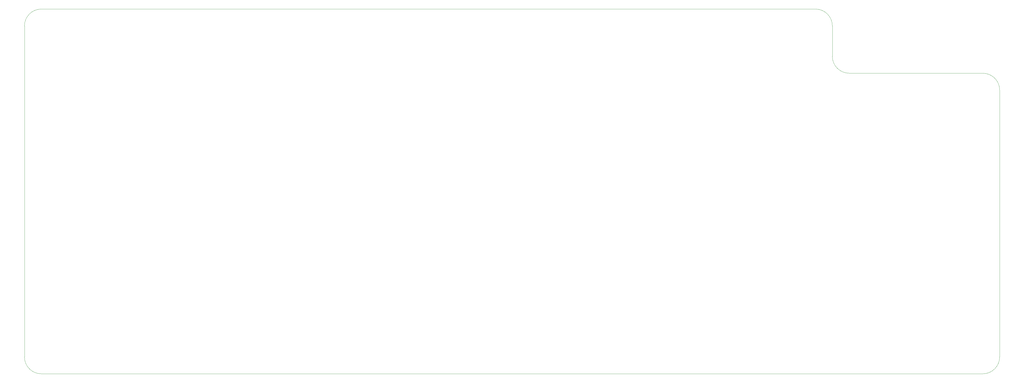
<source format=gko>
G04 #@! TF.GenerationSoftware,KiCad,Pcbnew,(5.1.10)-1*
G04 #@! TF.CreationDate,2021-09-16T12:32:47+09:00*
G04 #@! TF.ProjectId,KiCAD,4b694341-442e-46b6-9963-61645f706362,rev?*
G04 #@! TF.SameCoordinates,Original*
G04 #@! TF.FileFunction,Profile,NP*
%FSLAX46Y46*%
G04 Gerber Fmt 4.6, Leading zero omitted, Abs format (unit mm)*
G04 Created by KiCad (PCBNEW (5.1.10)-1) date 2021-09-16 12:32:47*
%MOMM*%
%LPD*%
G01*
G04 APERTURE LIST*
G04 #@! TA.AperFunction,Profile*
%ADD10C,0.050000*%
G04 #@! TD*
G04 APERTURE END LIST*
D10*
X344170000Y-83820000D02*
X394335000Y-83820000D01*
X331470000Y-59690000D02*
X327660000Y-59690000D01*
X400685000Y-90170000D02*
X400685000Y-95250000D01*
X337820000Y-77470000D02*
X337820000Y-66040000D01*
X344170000Y-83820000D02*
G75*
G02*
X337820000Y-77470000I0J6350000D01*
G01*
X394335000Y-83820000D02*
G75*
G02*
X400685000Y-90170000I0J-6350000D01*
G01*
X331470000Y-59690000D02*
G75*
G02*
X337820000Y-66040000I0J-6350000D01*
G01*
X393700000Y-196850000D02*
X394335000Y-196850000D01*
X400685000Y-190500000D02*
X400685000Y-95250000D01*
X40640000Y-196850000D02*
X393700000Y-196850000D01*
X34290000Y-66040000D02*
X34290000Y-190500000D01*
X123190000Y-59690000D02*
X40640000Y-59690000D01*
X327660000Y-59690000D02*
X177800000Y-59690000D01*
X400685000Y-190500000D02*
G75*
G02*
X394335000Y-196850000I-6350000J0D01*
G01*
X40640000Y-196850000D02*
G75*
G02*
X34290000Y-190500000I0J6350000D01*
G01*
X34290000Y-66040000D02*
G75*
G02*
X40640000Y-59690000I6350000J0D01*
G01*
X177800000Y-59690000D02*
X123190000Y-59690000D01*
M02*

</source>
